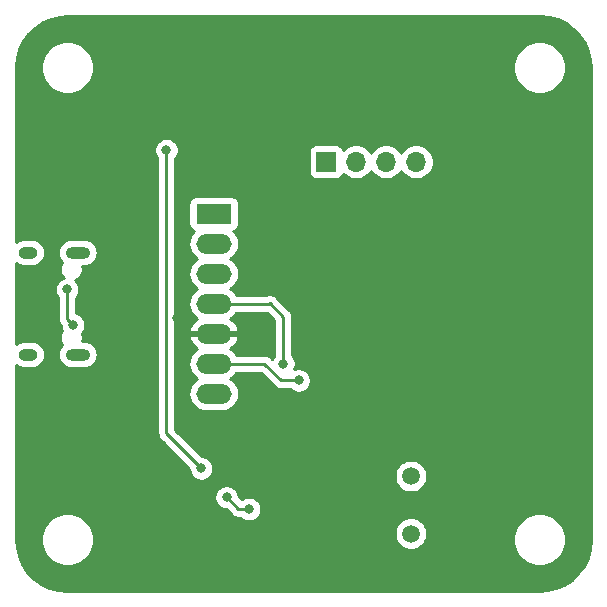
<source format=gbr>
%TF.GenerationSoftware,KiCad,Pcbnew,(5.1.9)-1*%
%TF.CreationDate,2021-09-09T22:45:53+02:00*%
%TF.ProjectId,programmer,70726f67-7261-46d6-9d65-722e6b696361,rev?*%
%TF.SameCoordinates,PX1c9c380PY4c4b400*%
%TF.FileFunction,Copper,L2,Bot*%
%TF.FilePolarity,Positive*%
%FSLAX46Y46*%
G04 Gerber Fmt 4.6, Leading zero omitted, Abs format (unit mm)*
G04 Created by KiCad (PCBNEW (5.1.9)-1) date 2021-09-09 22:45:53*
%MOMM*%
%LPD*%
G01*
G04 APERTURE LIST*
%TA.AperFunction,ComponentPad*%
%ADD10O,3.000000X1.700000*%
%TD*%
%TA.AperFunction,ComponentPad*%
%ADD11R,3.000000X1.700000*%
%TD*%
%TA.AperFunction,ComponentPad*%
%ADD12O,1.700000X1.700000*%
%TD*%
%TA.AperFunction,ComponentPad*%
%ADD13R,1.700000X1.700000*%
%TD*%
%TA.AperFunction,ComponentPad*%
%ADD14O,2.100000X1.000000*%
%TD*%
%TA.AperFunction,ComponentPad*%
%ADD15O,1.600000X1.000000*%
%TD*%
%TA.AperFunction,ComponentPad*%
%ADD16C,1.500000*%
%TD*%
%TA.AperFunction,ViaPad*%
%ADD17C,0.800000*%
%TD*%
%TA.AperFunction,Conductor*%
%ADD18C,0.250000*%
%TD*%
%TA.AperFunction,Conductor*%
%ADD19C,0.254000*%
%TD*%
%TA.AperFunction,Conductor*%
%ADD20C,0.100000*%
%TD*%
G04 APERTURE END LIST*
D10*
%TO.P,J2,7*%
%TO.N,/RST*%
X17400000Y17380000D03*
%TO.P,J2,5*%
%TO.N,GND*%
X17400000Y22460000D03*
%TO.P,J2,3*%
%TO.N,/TX*%
X17400000Y27540000D03*
D11*
%TO.P,J2,1*%
%TO.N,/5V_sel*%
X17400000Y32620000D03*
D10*
%TO.P,J2,2*%
%TO.N,/3V3_sel*%
X17400000Y30080000D03*
%TO.P,J2,4*%
%TO.N,/RX*%
X17400000Y25000000D03*
%TO.P,J2,6*%
%TO.N,/IO0*%
X17400000Y19920000D03*
%TD*%
D12*
%TO.P,J3,4*%
%TO.N,/3V3_sel*%
X34540000Y37000000D03*
%TO.P,J3,3*%
%TO.N,+3V3*%
X32000000Y37000000D03*
%TO.P,J3,2*%
%TO.N,/5V_sel*%
X29460000Y37000000D03*
D13*
%TO.P,J3,1*%
%TO.N,+5V*%
X26920000Y37000000D03*
%TD*%
D14*
%TO.P,J1,S1*%
%TO.N,Net-(J1-PadS1)*%
X5880000Y20680000D03*
X5880000Y29320000D03*
D15*
X1700000Y29320000D03*
X1700000Y20680000D03*
%TD*%
D16*
%TO.P,Y1,2*%
%TO.N,Net-(C6-Pad1)*%
X34100000Y5520000D03*
%TO.P,Y1,1*%
%TO.N,Net-(C5-Pad1)*%
X34100000Y10400000D03*
%TD*%
D17*
%TO.N,GND*%
X7700000Y31000000D03*
X8300000Y18900000D03*
X10500000Y32000000D03*
X16000000Y36000000D03*
X8000000Y37000000D03*
X19500000Y39500000D03*
X11800000Y39300000D03*
X22000000Y21500000D03*
X23200000Y12600000D03*
X26800000Y16100000D03*
X27700000Y7200000D03*
X15500000Y7000000D03*
X16400000Y9500000D03*
X34200000Y8000000D03*
X24700000Y3400000D03*
X34200000Y3300000D03*
X18400000Y12500000D03*
X1700000Y22800000D03*
X1700000Y27300000D03*
X3000000Y32000000D03*
X20600000Y36000000D03*
X14275000Y23800000D03*
X28900000Y39200000D03*
X24900000Y39200000D03*
X19500000Y42400000D03*
X24900000Y42400000D03*
X33300000Y39200000D03*
X33000000Y47000000D03*
X38000000Y42000000D03*
X43000000Y37000000D03*
X48000000Y42000000D03*
X38000000Y32000000D03*
X43000000Y27000000D03*
X48000000Y32000000D03*
X38000000Y22000000D03*
X38000000Y12000000D03*
X38000000Y2000000D03*
X43000000Y17000000D03*
X43000000Y7000000D03*
X48000000Y12000000D03*
X48000000Y22000000D03*
X33000000Y27000000D03*
X23000000Y27000000D03*
X33000000Y17000000D03*
X23000000Y47000000D03*
X13000000Y47000000D03*
X8000000Y42000000D03*
X3000000Y37000000D03*
X13000000Y13000000D03*
X10000000Y11000000D03*
X2000000Y14000000D03*
X10000000Y3000000D03*
X28000000Y46000000D03*
X15000000Y28000000D03*
%TO.N,+5V*%
X5469998Y23200000D03*
X5000000Y26200000D03*
%TO.N,+3V3*%
X18500000Y8600000D03*
X20400000Y7600000D03*
X13400000Y38000000D03*
X16350000Y11050000D03*
%TO.N,/IO0*%
X24600000Y18500000D03*
%TO.N,/RX*%
X23300000Y19900000D03*
%TD*%
D18*
%TO.N,+5V*%
X5000000Y23669998D02*
X5000000Y26200000D01*
X5469998Y23200000D02*
X5000000Y23669998D01*
%TO.N,+3V3*%
X18500000Y8600000D02*
X19500000Y7600000D01*
X19500000Y7600000D02*
X20400000Y7600000D01*
X13400000Y14000000D02*
X16350000Y11050000D01*
X13400000Y38000000D02*
X13400000Y14000000D01*
%TO.N,/IO0*%
X24600000Y18500000D02*
X23100000Y18500000D01*
X17400000Y19920000D02*
X21680000Y19920000D01*
X21680000Y19920000D02*
X21700000Y19900000D01*
X23100000Y18500000D02*
X21700000Y19900000D01*
%TO.N,/RX*%
X23300000Y19900000D02*
X23300000Y23900000D01*
X22100000Y25000000D02*
X22150000Y25050000D01*
X17400000Y25000000D02*
X22100000Y25000000D01*
X23300000Y23900000D02*
X22150000Y25050000D01*
%TD*%
D19*
%TO.N,GND*%
X45768083Y49268827D02*
X46511891Y49065344D01*
X47207905Y48733362D01*
X47834130Y48283374D01*
X48370777Y47729597D01*
X48800871Y47089549D01*
X49110829Y46383447D01*
X49292065Y45628543D01*
X49340000Y44975793D01*
X49340001Y5029403D01*
X49268827Y4231917D01*
X49065344Y3488110D01*
X48733363Y2792096D01*
X48283374Y2165870D01*
X47729597Y1629223D01*
X47089549Y1199129D01*
X46383447Y889171D01*
X45628543Y707935D01*
X44975793Y660000D01*
X5029392Y660000D01*
X4231917Y731173D01*
X3488110Y934656D01*
X2792096Y1266637D01*
X2165870Y1716626D01*
X1629223Y2270403D01*
X1199129Y2910451D01*
X889171Y3616553D01*
X707935Y4371457D01*
X660000Y5024207D01*
X660000Y5220128D01*
X2765000Y5220128D01*
X2765000Y4779872D01*
X2850890Y4348075D01*
X3019369Y3941331D01*
X3263962Y3575271D01*
X3575271Y3263962D01*
X3941331Y3019369D01*
X4348075Y2850890D01*
X4779872Y2765000D01*
X5220128Y2765000D01*
X5651925Y2850890D01*
X6058669Y3019369D01*
X6424729Y3263962D01*
X6736038Y3575271D01*
X6980631Y3941331D01*
X7149110Y4348075D01*
X7235000Y4779872D01*
X7235000Y5220128D01*
X7149110Y5651925D01*
X7147252Y5656411D01*
X32715000Y5656411D01*
X32715000Y5383589D01*
X32768225Y5116011D01*
X32872629Y4863957D01*
X33024201Y4637114D01*
X33217114Y4444201D01*
X33443957Y4292629D01*
X33696011Y4188225D01*
X33963589Y4135000D01*
X34236411Y4135000D01*
X34503989Y4188225D01*
X34756043Y4292629D01*
X34982886Y4444201D01*
X35175799Y4637114D01*
X35327371Y4863957D01*
X35431775Y5116011D01*
X35452485Y5220128D01*
X42765000Y5220128D01*
X42765000Y4779872D01*
X42850890Y4348075D01*
X43019369Y3941331D01*
X43263962Y3575271D01*
X43575271Y3263962D01*
X43941331Y3019369D01*
X44348075Y2850890D01*
X44779872Y2765000D01*
X45220128Y2765000D01*
X45651925Y2850890D01*
X46058669Y3019369D01*
X46424729Y3263962D01*
X46736038Y3575271D01*
X46980631Y3941331D01*
X47149110Y4348075D01*
X47235000Y4779872D01*
X47235000Y5220128D01*
X47149110Y5651925D01*
X46980631Y6058669D01*
X46736038Y6424729D01*
X46424729Y6736038D01*
X46058669Y6980631D01*
X45651925Y7149110D01*
X45220128Y7235000D01*
X44779872Y7235000D01*
X44348075Y7149110D01*
X43941331Y6980631D01*
X43575271Y6736038D01*
X43263962Y6424729D01*
X43019369Y6058669D01*
X42850890Y5651925D01*
X42765000Y5220128D01*
X35452485Y5220128D01*
X35485000Y5383589D01*
X35485000Y5656411D01*
X35431775Y5923989D01*
X35327371Y6176043D01*
X35175799Y6402886D01*
X34982886Y6595799D01*
X34756043Y6747371D01*
X34503989Y6851775D01*
X34236411Y6905000D01*
X33963589Y6905000D01*
X33696011Y6851775D01*
X33443957Y6747371D01*
X33217114Y6595799D01*
X33024201Y6402886D01*
X32872629Y6176043D01*
X32768225Y5923989D01*
X32715000Y5656411D01*
X7147252Y5656411D01*
X6980631Y6058669D01*
X6736038Y6424729D01*
X6424729Y6736038D01*
X6058669Y6980631D01*
X5651925Y7149110D01*
X5220128Y7235000D01*
X4779872Y7235000D01*
X4348075Y7149110D01*
X3941331Y6980631D01*
X3575271Y6736038D01*
X3263962Y6424729D01*
X3019369Y6058669D01*
X2850890Y5651925D01*
X2765000Y5220128D01*
X660000Y5220128D01*
X660000Y8701939D01*
X17465000Y8701939D01*
X17465000Y8498061D01*
X17504774Y8298102D01*
X17582795Y8109744D01*
X17696063Y7940226D01*
X17840226Y7796063D01*
X18009744Y7682795D01*
X18198102Y7604774D01*
X18398061Y7565000D01*
X18460199Y7565000D01*
X18936201Y7088997D01*
X18959999Y7059999D01*
X18988997Y7036201D01*
X19075724Y6965026D01*
X19207753Y6894454D01*
X19351014Y6850997D01*
X19500000Y6836323D01*
X19537333Y6840000D01*
X19696289Y6840000D01*
X19740226Y6796063D01*
X19909744Y6682795D01*
X20098102Y6604774D01*
X20298061Y6565000D01*
X20501939Y6565000D01*
X20701898Y6604774D01*
X20890256Y6682795D01*
X21059774Y6796063D01*
X21203937Y6940226D01*
X21317205Y7109744D01*
X21395226Y7298102D01*
X21435000Y7498061D01*
X21435000Y7701939D01*
X21395226Y7901898D01*
X21317205Y8090256D01*
X21203937Y8259774D01*
X21059774Y8403937D01*
X20890256Y8517205D01*
X20701898Y8595226D01*
X20501939Y8635000D01*
X20298061Y8635000D01*
X20098102Y8595226D01*
X19909744Y8517205D01*
X19758593Y8416209D01*
X19535000Y8639801D01*
X19535000Y8701939D01*
X19495226Y8901898D01*
X19417205Y9090256D01*
X19303937Y9259774D01*
X19159774Y9403937D01*
X18990256Y9517205D01*
X18801898Y9595226D01*
X18601939Y9635000D01*
X18398061Y9635000D01*
X18198102Y9595226D01*
X18009744Y9517205D01*
X17840226Y9403937D01*
X17696063Y9259774D01*
X17582795Y9090256D01*
X17504774Y8901898D01*
X17465000Y8701939D01*
X660000Y8701939D01*
X660000Y19819018D01*
X766377Y19731716D01*
X963553Y19626324D01*
X1177501Y19561423D01*
X1344248Y19545000D01*
X2055752Y19545000D01*
X2222499Y19561423D01*
X2436447Y19626324D01*
X2633623Y19731716D01*
X2806449Y19873551D01*
X2948284Y20046377D01*
X3053676Y20243553D01*
X3118577Y20457501D01*
X3140491Y20680000D01*
X3118577Y20902499D01*
X3053676Y21116447D01*
X2948284Y21313623D01*
X2806449Y21486449D01*
X2633623Y21628284D01*
X2436447Y21733676D01*
X2222499Y21798577D01*
X2055752Y21815000D01*
X1344248Y21815000D01*
X1177501Y21798577D01*
X963553Y21733676D01*
X766377Y21628284D01*
X660000Y21540982D01*
X660000Y26301939D01*
X3965000Y26301939D01*
X3965000Y26098061D01*
X4004774Y25898102D01*
X4082795Y25709744D01*
X4196063Y25540226D01*
X4240001Y25496288D01*
X4240000Y23707321D01*
X4236324Y23669998D01*
X4240000Y23632676D01*
X4240000Y23632666D01*
X4250997Y23521013D01*
X4281562Y23420252D01*
X4294454Y23377752D01*
X4365026Y23245722D01*
X4402550Y23200000D01*
X4434998Y23160461D01*
X4434998Y23098061D01*
X4474772Y22898102D01*
X4552793Y22709744D01*
X4574473Y22677297D01*
X4499259Y22564731D01*
X4426892Y22390022D01*
X4390000Y22204552D01*
X4390000Y22015448D01*
X4426892Y21829978D01*
X4499259Y21655269D01*
X4580715Y21533362D01*
X4523551Y21486449D01*
X4381716Y21313623D01*
X4276324Y21116447D01*
X4211423Y20902499D01*
X4189509Y20680000D01*
X4211423Y20457501D01*
X4276324Y20243553D01*
X4381716Y20046377D01*
X4523551Y19873551D01*
X4696377Y19731716D01*
X4893553Y19626324D01*
X5107501Y19561423D01*
X5274248Y19545000D01*
X6485752Y19545000D01*
X6652499Y19561423D01*
X6866447Y19626324D01*
X7063623Y19731716D01*
X7236449Y19873551D01*
X7378284Y20046377D01*
X7483676Y20243553D01*
X7548577Y20457501D01*
X7570491Y20680000D01*
X7548577Y20902499D01*
X7483676Y21116447D01*
X7378284Y21313623D01*
X7236449Y21486449D01*
X7063623Y21628284D01*
X6866447Y21733676D01*
X6652499Y21798577D01*
X6485752Y21815000D01*
X6266904Y21815000D01*
X6273108Y21829978D01*
X6310000Y22015448D01*
X6310000Y22204552D01*
X6273108Y22390022D01*
X6229356Y22495647D01*
X6273935Y22540226D01*
X6387203Y22709744D01*
X6465224Y22898102D01*
X6504998Y23098061D01*
X6504998Y23301939D01*
X6465224Y23501898D01*
X6387203Y23690256D01*
X6273935Y23859774D01*
X6129772Y24003937D01*
X5960254Y24117205D01*
X5771896Y24195226D01*
X5760000Y24197592D01*
X5760000Y25496289D01*
X5803937Y25540226D01*
X5917205Y25709744D01*
X5995226Y25898102D01*
X6035000Y26098061D01*
X6035000Y26301939D01*
X5995226Y26501898D01*
X5917205Y26690256D01*
X5803937Y26859774D01*
X5677255Y26986456D01*
X5804731Y27039259D01*
X5961964Y27144319D01*
X6095681Y27278036D01*
X6200741Y27435269D01*
X6273108Y27609978D01*
X6310000Y27795448D01*
X6310000Y27984552D01*
X6273108Y28170022D01*
X6266904Y28185000D01*
X6485752Y28185000D01*
X6652499Y28201423D01*
X6866447Y28266324D01*
X7063623Y28371716D01*
X7236449Y28513551D01*
X7378284Y28686377D01*
X7483676Y28883553D01*
X7548577Y29097501D01*
X7570491Y29320000D01*
X7548577Y29542499D01*
X7483676Y29756447D01*
X7378284Y29953623D01*
X7236449Y30126449D01*
X7063623Y30268284D01*
X6866447Y30373676D01*
X6652499Y30438577D01*
X6485752Y30455000D01*
X5274248Y30455000D01*
X5107501Y30438577D01*
X4893553Y30373676D01*
X4696377Y30268284D01*
X4523551Y30126449D01*
X4381716Y29953623D01*
X4276324Y29756447D01*
X4211423Y29542499D01*
X4189509Y29320000D01*
X4211423Y29097501D01*
X4276324Y28883553D01*
X4381716Y28686377D01*
X4523551Y28513551D01*
X4580715Y28466638D01*
X4499259Y28344731D01*
X4426892Y28170022D01*
X4390000Y27984552D01*
X4390000Y27795448D01*
X4426892Y27609978D01*
X4499259Y27435269D01*
X4604319Y27278036D01*
X4690343Y27192012D01*
X4509744Y27117205D01*
X4340226Y27003937D01*
X4196063Y26859774D01*
X4082795Y26690256D01*
X4004774Y26501898D01*
X3965000Y26301939D01*
X660000Y26301939D01*
X660000Y28459018D01*
X766377Y28371716D01*
X963553Y28266324D01*
X1177501Y28201423D01*
X1344248Y28185000D01*
X2055752Y28185000D01*
X2222499Y28201423D01*
X2436447Y28266324D01*
X2633623Y28371716D01*
X2806449Y28513551D01*
X2948284Y28686377D01*
X3053676Y28883553D01*
X3118577Y29097501D01*
X3140491Y29320000D01*
X3118577Y29542499D01*
X3053676Y29756447D01*
X2948284Y29953623D01*
X2806449Y30126449D01*
X2633623Y30268284D01*
X2436447Y30373676D01*
X2222499Y30438577D01*
X2055752Y30455000D01*
X1344248Y30455000D01*
X1177501Y30438577D01*
X963553Y30373676D01*
X766377Y30268284D01*
X660000Y30180982D01*
X660000Y38101939D01*
X12365000Y38101939D01*
X12365000Y37898061D01*
X12404774Y37698102D01*
X12482795Y37509744D01*
X12596063Y37340226D01*
X12640000Y37296289D01*
X12640001Y14037333D01*
X12636324Y14000000D01*
X12650998Y13851015D01*
X12694454Y13707754D01*
X12765026Y13575724D01*
X12836201Y13488998D01*
X12860000Y13459999D01*
X12888998Y13436201D01*
X15315000Y11010198D01*
X15315000Y10948061D01*
X15354774Y10748102D01*
X15432795Y10559744D01*
X15546063Y10390226D01*
X15690226Y10246063D01*
X15859744Y10132795D01*
X16048102Y10054774D01*
X16248061Y10015000D01*
X16451939Y10015000D01*
X16651898Y10054774D01*
X16840256Y10132795D01*
X17009774Y10246063D01*
X17153937Y10390226D01*
X17251614Y10536411D01*
X32715000Y10536411D01*
X32715000Y10263589D01*
X32768225Y9996011D01*
X32872629Y9743957D01*
X33024201Y9517114D01*
X33217114Y9324201D01*
X33443957Y9172629D01*
X33696011Y9068225D01*
X33963589Y9015000D01*
X34236411Y9015000D01*
X34503989Y9068225D01*
X34756043Y9172629D01*
X34982886Y9324201D01*
X35175799Y9517114D01*
X35327371Y9743957D01*
X35431775Y9996011D01*
X35485000Y10263589D01*
X35485000Y10536411D01*
X35431775Y10803989D01*
X35327371Y11056043D01*
X35175799Y11282886D01*
X34982886Y11475799D01*
X34756043Y11627371D01*
X34503989Y11731775D01*
X34236411Y11785000D01*
X33963589Y11785000D01*
X33696011Y11731775D01*
X33443957Y11627371D01*
X33217114Y11475799D01*
X33024201Y11282886D01*
X32872629Y11056043D01*
X32768225Y10803989D01*
X32715000Y10536411D01*
X17251614Y10536411D01*
X17267205Y10559744D01*
X17345226Y10748102D01*
X17385000Y10948061D01*
X17385000Y11151939D01*
X17345226Y11351898D01*
X17267205Y11540256D01*
X17153937Y11709774D01*
X17009774Y11853937D01*
X16840256Y11967205D01*
X16651898Y12045226D01*
X16451939Y12085000D01*
X16389802Y12085000D01*
X14160000Y14314801D01*
X14160000Y30080000D01*
X15257815Y30080000D01*
X15286487Y29788889D01*
X15371401Y29508966D01*
X15509294Y29250986D01*
X15694866Y29024866D01*
X15920986Y28839294D01*
X15975791Y28810000D01*
X15920986Y28780706D01*
X15694866Y28595134D01*
X15509294Y28369014D01*
X15371401Y28111034D01*
X15286487Y27831111D01*
X15257815Y27540000D01*
X15286487Y27248889D01*
X15371401Y26968966D01*
X15509294Y26710986D01*
X15694866Y26484866D01*
X15920986Y26299294D01*
X15975791Y26270000D01*
X15920986Y26240706D01*
X15694866Y26055134D01*
X15509294Y25829014D01*
X15371401Y25571034D01*
X15286487Y25291111D01*
X15257815Y25000000D01*
X15286487Y24708889D01*
X15371401Y24428966D01*
X15509294Y24170986D01*
X15694866Y23944866D01*
X15920986Y23759294D01*
X15979337Y23728105D01*
X15819381Y23624176D01*
X15610143Y23420252D01*
X15444709Y23179426D01*
X15329437Y22910953D01*
X15308524Y22816890D01*
X15429845Y22587000D01*
X17273000Y22587000D01*
X17273000Y22607000D01*
X17527000Y22607000D01*
X17527000Y22587000D01*
X19370155Y22587000D01*
X19491476Y22816890D01*
X19470563Y22910953D01*
X19355291Y23179426D01*
X19189857Y23420252D01*
X18980619Y23624176D01*
X18820663Y23728105D01*
X18879014Y23759294D01*
X19105134Y23944866D01*
X19290706Y24170986D01*
X19327595Y24240000D01*
X21885199Y24240000D01*
X22540001Y23585197D01*
X22540000Y20603711D01*
X22496063Y20559774D01*
X22382795Y20390256D01*
X22354018Y20320783D01*
X22243804Y20430997D01*
X22220001Y20460001D01*
X22104276Y20554974D01*
X21972247Y20625546D01*
X21828986Y20669003D01*
X21717333Y20680000D01*
X21717322Y20680000D01*
X21680000Y20683676D01*
X21642678Y20680000D01*
X19327595Y20680000D01*
X19290706Y20749014D01*
X19105134Y20975134D01*
X18879014Y21160706D01*
X18820663Y21191895D01*
X18980619Y21295824D01*
X19189857Y21499748D01*
X19355291Y21740574D01*
X19470563Y22009047D01*
X19491476Y22103110D01*
X19370155Y22333000D01*
X17527000Y22333000D01*
X17527000Y22313000D01*
X17273000Y22313000D01*
X17273000Y22333000D01*
X15429845Y22333000D01*
X15308524Y22103110D01*
X15329437Y22009047D01*
X15444709Y21740574D01*
X15610143Y21499748D01*
X15819381Y21295824D01*
X15979337Y21191895D01*
X15920986Y21160706D01*
X15694866Y20975134D01*
X15509294Y20749014D01*
X15371401Y20491034D01*
X15286487Y20211111D01*
X15257815Y19920000D01*
X15286487Y19628889D01*
X15371401Y19348966D01*
X15509294Y19090986D01*
X15694866Y18864866D01*
X15920986Y18679294D01*
X15975791Y18650000D01*
X15920986Y18620706D01*
X15694866Y18435134D01*
X15509294Y18209014D01*
X15371401Y17951034D01*
X15286487Y17671111D01*
X15257815Y17380000D01*
X15286487Y17088889D01*
X15371401Y16808966D01*
X15509294Y16550986D01*
X15694866Y16324866D01*
X15920986Y16139294D01*
X16178966Y16001401D01*
X16458889Y15916487D01*
X16677050Y15895000D01*
X18122950Y15895000D01*
X18341111Y15916487D01*
X18621034Y16001401D01*
X18879014Y16139294D01*
X19105134Y16324866D01*
X19290706Y16550986D01*
X19428599Y16808966D01*
X19513513Y17088889D01*
X19542185Y17380000D01*
X19513513Y17671111D01*
X19428599Y17951034D01*
X19290706Y18209014D01*
X19105134Y18435134D01*
X18879014Y18620706D01*
X18824209Y18650000D01*
X18879014Y18679294D01*
X19105134Y18864866D01*
X19290706Y19090986D01*
X19327595Y19160000D01*
X21365199Y19160000D01*
X22536201Y17988997D01*
X22559999Y17959999D01*
X22588997Y17936201D01*
X22675723Y17865026D01*
X22807753Y17794454D01*
X22951014Y17750997D01*
X23062667Y17740000D01*
X23062677Y17740000D01*
X23100000Y17736324D01*
X23137322Y17740000D01*
X23896289Y17740000D01*
X23940226Y17696063D01*
X24109744Y17582795D01*
X24298102Y17504774D01*
X24498061Y17465000D01*
X24701939Y17465000D01*
X24901898Y17504774D01*
X25090256Y17582795D01*
X25259774Y17696063D01*
X25403937Y17840226D01*
X25517205Y18009744D01*
X25595226Y18198102D01*
X25635000Y18398061D01*
X25635000Y18601939D01*
X25595226Y18801898D01*
X25517205Y18990256D01*
X25403937Y19159774D01*
X25259774Y19303937D01*
X25090256Y19417205D01*
X24901898Y19495226D01*
X24701939Y19535000D01*
X24498061Y19535000D01*
X24298102Y19495226D01*
X24243192Y19472481D01*
X24295226Y19598102D01*
X24335000Y19798061D01*
X24335000Y20001939D01*
X24295226Y20201898D01*
X24217205Y20390256D01*
X24103937Y20559774D01*
X24060000Y20603711D01*
X24060000Y23862667D01*
X24063677Y23900000D01*
X24049003Y24048986D01*
X24005546Y24192247D01*
X23934974Y24324276D01*
X23863799Y24411003D01*
X23840001Y24440001D01*
X23811003Y24463799D01*
X22713804Y25560997D01*
X22690001Y25590001D01*
X22574276Y25684974D01*
X22442246Y25755546D01*
X22298986Y25799003D01*
X22150000Y25813676D01*
X22001015Y25799003D01*
X21872437Y25760000D01*
X19327595Y25760000D01*
X19290706Y25829014D01*
X19105134Y26055134D01*
X18879014Y26240706D01*
X18824209Y26270000D01*
X18879014Y26299294D01*
X19105134Y26484866D01*
X19290706Y26710986D01*
X19428599Y26968966D01*
X19513513Y27248889D01*
X19542185Y27540000D01*
X19513513Y27831111D01*
X19428599Y28111034D01*
X19290706Y28369014D01*
X19105134Y28595134D01*
X18879014Y28780706D01*
X18824209Y28810000D01*
X18879014Y28839294D01*
X19105134Y29024866D01*
X19290706Y29250986D01*
X19428599Y29508966D01*
X19513513Y29788889D01*
X19542185Y30080000D01*
X19513513Y30371111D01*
X19428599Y30651034D01*
X19290706Y30909014D01*
X19105134Y31135134D01*
X19075313Y31159607D01*
X19144180Y31180498D01*
X19254494Y31239463D01*
X19351185Y31318815D01*
X19430537Y31415506D01*
X19489502Y31525820D01*
X19525812Y31645518D01*
X19538072Y31770000D01*
X19538072Y33470000D01*
X19525812Y33594482D01*
X19489502Y33714180D01*
X19430537Y33824494D01*
X19351185Y33921185D01*
X19254494Y34000537D01*
X19144180Y34059502D01*
X19024482Y34095812D01*
X18900000Y34108072D01*
X15900000Y34108072D01*
X15775518Y34095812D01*
X15655820Y34059502D01*
X15545506Y34000537D01*
X15448815Y33921185D01*
X15369463Y33824494D01*
X15310498Y33714180D01*
X15274188Y33594482D01*
X15261928Y33470000D01*
X15261928Y31770000D01*
X15274188Y31645518D01*
X15310498Y31525820D01*
X15369463Y31415506D01*
X15448815Y31318815D01*
X15545506Y31239463D01*
X15655820Y31180498D01*
X15724687Y31159607D01*
X15694866Y31135134D01*
X15509294Y30909014D01*
X15371401Y30651034D01*
X15286487Y30371111D01*
X15257815Y30080000D01*
X14160000Y30080000D01*
X14160000Y37296289D01*
X14203937Y37340226D01*
X14317205Y37509744D01*
X14395226Y37698102D01*
X14425440Y37850000D01*
X25431928Y37850000D01*
X25431928Y36150000D01*
X25444188Y36025518D01*
X25480498Y35905820D01*
X25539463Y35795506D01*
X25618815Y35698815D01*
X25715506Y35619463D01*
X25825820Y35560498D01*
X25945518Y35524188D01*
X26070000Y35511928D01*
X27770000Y35511928D01*
X27894482Y35524188D01*
X28014180Y35560498D01*
X28124494Y35619463D01*
X28221185Y35698815D01*
X28300537Y35795506D01*
X28359502Y35905820D01*
X28381513Y35978380D01*
X28513368Y35846525D01*
X28756589Y35684010D01*
X29026842Y35572068D01*
X29313740Y35515000D01*
X29606260Y35515000D01*
X29893158Y35572068D01*
X30163411Y35684010D01*
X30406632Y35846525D01*
X30613475Y36053368D01*
X30730000Y36227760D01*
X30846525Y36053368D01*
X31053368Y35846525D01*
X31296589Y35684010D01*
X31566842Y35572068D01*
X31853740Y35515000D01*
X32146260Y35515000D01*
X32433158Y35572068D01*
X32703411Y35684010D01*
X32946632Y35846525D01*
X33153475Y36053368D01*
X33270000Y36227760D01*
X33386525Y36053368D01*
X33593368Y35846525D01*
X33836589Y35684010D01*
X34106842Y35572068D01*
X34393740Y35515000D01*
X34686260Y35515000D01*
X34973158Y35572068D01*
X35243411Y35684010D01*
X35486632Y35846525D01*
X35693475Y36053368D01*
X35855990Y36296589D01*
X35967932Y36566842D01*
X36025000Y36853740D01*
X36025000Y37146260D01*
X35967932Y37433158D01*
X35855990Y37703411D01*
X35693475Y37946632D01*
X35486632Y38153475D01*
X35243411Y38315990D01*
X34973158Y38427932D01*
X34686260Y38485000D01*
X34393740Y38485000D01*
X34106842Y38427932D01*
X33836589Y38315990D01*
X33593368Y38153475D01*
X33386525Y37946632D01*
X33270000Y37772240D01*
X33153475Y37946632D01*
X32946632Y38153475D01*
X32703411Y38315990D01*
X32433158Y38427932D01*
X32146260Y38485000D01*
X31853740Y38485000D01*
X31566842Y38427932D01*
X31296589Y38315990D01*
X31053368Y38153475D01*
X30846525Y37946632D01*
X30730000Y37772240D01*
X30613475Y37946632D01*
X30406632Y38153475D01*
X30163411Y38315990D01*
X29893158Y38427932D01*
X29606260Y38485000D01*
X29313740Y38485000D01*
X29026842Y38427932D01*
X28756589Y38315990D01*
X28513368Y38153475D01*
X28381513Y38021620D01*
X28359502Y38094180D01*
X28300537Y38204494D01*
X28221185Y38301185D01*
X28124494Y38380537D01*
X28014180Y38439502D01*
X27894482Y38475812D01*
X27770000Y38488072D01*
X26070000Y38488072D01*
X25945518Y38475812D01*
X25825820Y38439502D01*
X25715506Y38380537D01*
X25618815Y38301185D01*
X25539463Y38204494D01*
X25480498Y38094180D01*
X25444188Y37974482D01*
X25431928Y37850000D01*
X14425440Y37850000D01*
X14435000Y37898061D01*
X14435000Y38101939D01*
X14395226Y38301898D01*
X14317205Y38490256D01*
X14203937Y38659774D01*
X14059774Y38803937D01*
X13890256Y38917205D01*
X13701898Y38995226D01*
X13501939Y39035000D01*
X13298061Y39035000D01*
X13098102Y38995226D01*
X12909744Y38917205D01*
X12740226Y38803937D01*
X12596063Y38659774D01*
X12482795Y38490256D01*
X12404774Y38301898D01*
X12365000Y38101939D01*
X660000Y38101939D01*
X660000Y44970608D01*
X682269Y45220128D01*
X2765000Y45220128D01*
X2765000Y44779872D01*
X2850890Y44348075D01*
X3019369Y43941331D01*
X3263962Y43575271D01*
X3575271Y43263962D01*
X3941331Y43019369D01*
X4348075Y42850890D01*
X4779872Y42765000D01*
X5220128Y42765000D01*
X5651925Y42850890D01*
X6058669Y43019369D01*
X6424729Y43263962D01*
X6736038Y43575271D01*
X6980631Y43941331D01*
X7149110Y44348075D01*
X7235000Y44779872D01*
X7235000Y45220128D01*
X42765000Y45220128D01*
X42765000Y44779872D01*
X42850890Y44348075D01*
X43019369Y43941331D01*
X43263962Y43575271D01*
X43575271Y43263962D01*
X43941331Y43019369D01*
X44348075Y42850890D01*
X44779872Y42765000D01*
X45220128Y42765000D01*
X45651925Y42850890D01*
X46058669Y43019369D01*
X46424729Y43263962D01*
X46736038Y43575271D01*
X46980631Y43941331D01*
X47149110Y44348075D01*
X47235000Y44779872D01*
X47235000Y45220128D01*
X47149110Y45651925D01*
X46980631Y46058669D01*
X46736038Y46424729D01*
X46424729Y46736038D01*
X46058669Y46980631D01*
X45651925Y47149110D01*
X45220128Y47235000D01*
X44779872Y47235000D01*
X44348075Y47149110D01*
X43941331Y46980631D01*
X43575271Y46736038D01*
X43263962Y46424729D01*
X43019369Y46058669D01*
X42850890Y45651925D01*
X42765000Y45220128D01*
X7235000Y45220128D01*
X7149110Y45651925D01*
X6980631Y46058669D01*
X6736038Y46424729D01*
X6424729Y46736038D01*
X6058669Y46980631D01*
X5651925Y47149110D01*
X5220128Y47235000D01*
X4779872Y47235000D01*
X4348075Y47149110D01*
X3941331Y46980631D01*
X3575271Y46736038D01*
X3263962Y46424729D01*
X3019369Y46058669D01*
X2850890Y45651925D01*
X2765000Y45220128D01*
X682269Y45220128D01*
X731173Y45768083D01*
X934656Y46511891D01*
X1266638Y47207905D01*
X1716626Y47834130D01*
X2270403Y48370777D01*
X2910451Y48800871D01*
X3616553Y49110829D01*
X4371457Y49292065D01*
X5024207Y49340000D01*
X44970608Y49340000D01*
X45768083Y49268827D01*
%TA.AperFunction,Conductor*%
D20*
G36*
X45768083Y49268827D02*
G01*
X46511891Y49065344D01*
X47207905Y48733362D01*
X47834130Y48283374D01*
X48370777Y47729597D01*
X48800871Y47089549D01*
X49110829Y46383447D01*
X49292065Y45628543D01*
X49340000Y44975793D01*
X49340001Y5029403D01*
X49268827Y4231917D01*
X49065344Y3488110D01*
X48733363Y2792096D01*
X48283374Y2165870D01*
X47729597Y1629223D01*
X47089549Y1199129D01*
X46383447Y889171D01*
X45628543Y707935D01*
X44975793Y660000D01*
X5029392Y660000D01*
X4231917Y731173D01*
X3488110Y934656D01*
X2792096Y1266637D01*
X2165870Y1716626D01*
X1629223Y2270403D01*
X1199129Y2910451D01*
X889171Y3616553D01*
X707935Y4371457D01*
X660000Y5024207D01*
X660000Y5220128D01*
X2765000Y5220128D01*
X2765000Y4779872D01*
X2850890Y4348075D01*
X3019369Y3941331D01*
X3263962Y3575271D01*
X3575271Y3263962D01*
X3941331Y3019369D01*
X4348075Y2850890D01*
X4779872Y2765000D01*
X5220128Y2765000D01*
X5651925Y2850890D01*
X6058669Y3019369D01*
X6424729Y3263962D01*
X6736038Y3575271D01*
X6980631Y3941331D01*
X7149110Y4348075D01*
X7235000Y4779872D01*
X7235000Y5220128D01*
X7149110Y5651925D01*
X7147252Y5656411D01*
X32715000Y5656411D01*
X32715000Y5383589D01*
X32768225Y5116011D01*
X32872629Y4863957D01*
X33024201Y4637114D01*
X33217114Y4444201D01*
X33443957Y4292629D01*
X33696011Y4188225D01*
X33963589Y4135000D01*
X34236411Y4135000D01*
X34503989Y4188225D01*
X34756043Y4292629D01*
X34982886Y4444201D01*
X35175799Y4637114D01*
X35327371Y4863957D01*
X35431775Y5116011D01*
X35452485Y5220128D01*
X42765000Y5220128D01*
X42765000Y4779872D01*
X42850890Y4348075D01*
X43019369Y3941331D01*
X43263962Y3575271D01*
X43575271Y3263962D01*
X43941331Y3019369D01*
X44348075Y2850890D01*
X44779872Y2765000D01*
X45220128Y2765000D01*
X45651925Y2850890D01*
X46058669Y3019369D01*
X46424729Y3263962D01*
X46736038Y3575271D01*
X46980631Y3941331D01*
X47149110Y4348075D01*
X47235000Y4779872D01*
X47235000Y5220128D01*
X47149110Y5651925D01*
X46980631Y6058669D01*
X46736038Y6424729D01*
X46424729Y6736038D01*
X46058669Y6980631D01*
X45651925Y7149110D01*
X45220128Y7235000D01*
X44779872Y7235000D01*
X44348075Y7149110D01*
X43941331Y6980631D01*
X43575271Y6736038D01*
X43263962Y6424729D01*
X43019369Y6058669D01*
X42850890Y5651925D01*
X42765000Y5220128D01*
X35452485Y5220128D01*
X35485000Y5383589D01*
X35485000Y5656411D01*
X35431775Y5923989D01*
X35327371Y6176043D01*
X35175799Y6402886D01*
X34982886Y6595799D01*
X34756043Y6747371D01*
X34503989Y6851775D01*
X34236411Y6905000D01*
X33963589Y6905000D01*
X33696011Y6851775D01*
X33443957Y6747371D01*
X33217114Y6595799D01*
X33024201Y6402886D01*
X32872629Y6176043D01*
X32768225Y5923989D01*
X32715000Y5656411D01*
X7147252Y5656411D01*
X6980631Y6058669D01*
X6736038Y6424729D01*
X6424729Y6736038D01*
X6058669Y6980631D01*
X5651925Y7149110D01*
X5220128Y7235000D01*
X4779872Y7235000D01*
X4348075Y7149110D01*
X3941331Y6980631D01*
X3575271Y6736038D01*
X3263962Y6424729D01*
X3019369Y6058669D01*
X2850890Y5651925D01*
X2765000Y5220128D01*
X660000Y5220128D01*
X660000Y8701939D01*
X17465000Y8701939D01*
X17465000Y8498061D01*
X17504774Y8298102D01*
X17582795Y8109744D01*
X17696063Y7940226D01*
X17840226Y7796063D01*
X18009744Y7682795D01*
X18198102Y7604774D01*
X18398061Y7565000D01*
X18460199Y7565000D01*
X18936201Y7088997D01*
X18959999Y7059999D01*
X18988997Y7036201D01*
X19075724Y6965026D01*
X19207753Y6894454D01*
X19351014Y6850997D01*
X19500000Y6836323D01*
X19537333Y6840000D01*
X19696289Y6840000D01*
X19740226Y6796063D01*
X19909744Y6682795D01*
X20098102Y6604774D01*
X20298061Y6565000D01*
X20501939Y6565000D01*
X20701898Y6604774D01*
X20890256Y6682795D01*
X21059774Y6796063D01*
X21203937Y6940226D01*
X21317205Y7109744D01*
X21395226Y7298102D01*
X21435000Y7498061D01*
X21435000Y7701939D01*
X21395226Y7901898D01*
X21317205Y8090256D01*
X21203937Y8259774D01*
X21059774Y8403937D01*
X20890256Y8517205D01*
X20701898Y8595226D01*
X20501939Y8635000D01*
X20298061Y8635000D01*
X20098102Y8595226D01*
X19909744Y8517205D01*
X19758593Y8416209D01*
X19535000Y8639801D01*
X19535000Y8701939D01*
X19495226Y8901898D01*
X19417205Y9090256D01*
X19303937Y9259774D01*
X19159774Y9403937D01*
X18990256Y9517205D01*
X18801898Y9595226D01*
X18601939Y9635000D01*
X18398061Y9635000D01*
X18198102Y9595226D01*
X18009744Y9517205D01*
X17840226Y9403937D01*
X17696063Y9259774D01*
X17582795Y9090256D01*
X17504774Y8901898D01*
X17465000Y8701939D01*
X660000Y8701939D01*
X660000Y19819018D01*
X766377Y19731716D01*
X963553Y19626324D01*
X1177501Y19561423D01*
X1344248Y19545000D01*
X2055752Y19545000D01*
X2222499Y19561423D01*
X2436447Y19626324D01*
X2633623Y19731716D01*
X2806449Y19873551D01*
X2948284Y20046377D01*
X3053676Y20243553D01*
X3118577Y20457501D01*
X3140491Y20680000D01*
X3118577Y20902499D01*
X3053676Y21116447D01*
X2948284Y21313623D01*
X2806449Y21486449D01*
X2633623Y21628284D01*
X2436447Y21733676D01*
X2222499Y21798577D01*
X2055752Y21815000D01*
X1344248Y21815000D01*
X1177501Y21798577D01*
X963553Y21733676D01*
X766377Y21628284D01*
X660000Y21540982D01*
X660000Y26301939D01*
X3965000Y26301939D01*
X3965000Y26098061D01*
X4004774Y25898102D01*
X4082795Y25709744D01*
X4196063Y25540226D01*
X4240001Y25496288D01*
X4240000Y23707321D01*
X4236324Y23669998D01*
X4240000Y23632676D01*
X4240000Y23632666D01*
X4250997Y23521013D01*
X4281562Y23420252D01*
X4294454Y23377752D01*
X4365026Y23245722D01*
X4402550Y23200000D01*
X4434998Y23160461D01*
X4434998Y23098061D01*
X4474772Y22898102D01*
X4552793Y22709744D01*
X4574473Y22677297D01*
X4499259Y22564731D01*
X4426892Y22390022D01*
X4390000Y22204552D01*
X4390000Y22015448D01*
X4426892Y21829978D01*
X4499259Y21655269D01*
X4580715Y21533362D01*
X4523551Y21486449D01*
X4381716Y21313623D01*
X4276324Y21116447D01*
X4211423Y20902499D01*
X4189509Y20680000D01*
X4211423Y20457501D01*
X4276324Y20243553D01*
X4381716Y20046377D01*
X4523551Y19873551D01*
X4696377Y19731716D01*
X4893553Y19626324D01*
X5107501Y19561423D01*
X5274248Y19545000D01*
X6485752Y19545000D01*
X6652499Y19561423D01*
X6866447Y19626324D01*
X7063623Y19731716D01*
X7236449Y19873551D01*
X7378284Y20046377D01*
X7483676Y20243553D01*
X7548577Y20457501D01*
X7570491Y20680000D01*
X7548577Y20902499D01*
X7483676Y21116447D01*
X7378284Y21313623D01*
X7236449Y21486449D01*
X7063623Y21628284D01*
X6866447Y21733676D01*
X6652499Y21798577D01*
X6485752Y21815000D01*
X6266904Y21815000D01*
X6273108Y21829978D01*
X6310000Y22015448D01*
X6310000Y22204552D01*
X6273108Y22390022D01*
X6229356Y22495647D01*
X6273935Y22540226D01*
X6387203Y22709744D01*
X6465224Y22898102D01*
X6504998Y23098061D01*
X6504998Y23301939D01*
X6465224Y23501898D01*
X6387203Y23690256D01*
X6273935Y23859774D01*
X6129772Y24003937D01*
X5960254Y24117205D01*
X5771896Y24195226D01*
X5760000Y24197592D01*
X5760000Y25496289D01*
X5803937Y25540226D01*
X5917205Y25709744D01*
X5995226Y25898102D01*
X6035000Y26098061D01*
X6035000Y26301939D01*
X5995226Y26501898D01*
X5917205Y26690256D01*
X5803937Y26859774D01*
X5677255Y26986456D01*
X5804731Y27039259D01*
X5961964Y27144319D01*
X6095681Y27278036D01*
X6200741Y27435269D01*
X6273108Y27609978D01*
X6310000Y27795448D01*
X6310000Y27984552D01*
X6273108Y28170022D01*
X6266904Y28185000D01*
X6485752Y28185000D01*
X6652499Y28201423D01*
X6866447Y28266324D01*
X7063623Y28371716D01*
X7236449Y28513551D01*
X7378284Y28686377D01*
X7483676Y28883553D01*
X7548577Y29097501D01*
X7570491Y29320000D01*
X7548577Y29542499D01*
X7483676Y29756447D01*
X7378284Y29953623D01*
X7236449Y30126449D01*
X7063623Y30268284D01*
X6866447Y30373676D01*
X6652499Y30438577D01*
X6485752Y30455000D01*
X5274248Y30455000D01*
X5107501Y30438577D01*
X4893553Y30373676D01*
X4696377Y30268284D01*
X4523551Y30126449D01*
X4381716Y29953623D01*
X4276324Y29756447D01*
X4211423Y29542499D01*
X4189509Y29320000D01*
X4211423Y29097501D01*
X4276324Y28883553D01*
X4381716Y28686377D01*
X4523551Y28513551D01*
X4580715Y28466638D01*
X4499259Y28344731D01*
X4426892Y28170022D01*
X4390000Y27984552D01*
X4390000Y27795448D01*
X4426892Y27609978D01*
X4499259Y27435269D01*
X4604319Y27278036D01*
X4690343Y27192012D01*
X4509744Y27117205D01*
X4340226Y27003937D01*
X4196063Y26859774D01*
X4082795Y26690256D01*
X4004774Y26501898D01*
X3965000Y26301939D01*
X660000Y26301939D01*
X660000Y28459018D01*
X766377Y28371716D01*
X963553Y28266324D01*
X1177501Y28201423D01*
X1344248Y28185000D01*
X2055752Y28185000D01*
X2222499Y28201423D01*
X2436447Y28266324D01*
X2633623Y28371716D01*
X2806449Y28513551D01*
X2948284Y28686377D01*
X3053676Y28883553D01*
X3118577Y29097501D01*
X3140491Y29320000D01*
X3118577Y29542499D01*
X3053676Y29756447D01*
X2948284Y29953623D01*
X2806449Y30126449D01*
X2633623Y30268284D01*
X2436447Y30373676D01*
X2222499Y30438577D01*
X2055752Y30455000D01*
X1344248Y30455000D01*
X1177501Y30438577D01*
X963553Y30373676D01*
X766377Y30268284D01*
X660000Y30180982D01*
X660000Y38101939D01*
X12365000Y38101939D01*
X12365000Y37898061D01*
X12404774Y37698102D01*
X12482795Y37509744D01*
X12596063Y37340226D01*
X12640000Y37296289D01*
X12640001Y14037333D01*
X12636324Y14000000D01*
X12650998Y13851015D01*
X12694454Y13707754D01*
X12765026Y13575724D01*
X12836201Y13488998D01*
X12860000Y13459999D01*
X12888998Y13436201D01*
X15315000Y11010198D01*
X15315000Y10948061D01*
X15354774Y10748102D01*
X15432795Y10559744D01*
X15546063Y10390226D01*
X15690226Y10246063D01*
X15859744Y10132795D01*
X16048102Y10054774D01*
X16248061Y10015000D01*
X16451939Y10015000D01*
X16651898Y10054774D01*
X16840256Y10132795D01*
X17009774Y10246063D01*
X17153937Y10390226D01*
X17251614Y10536411D01*
X32715000Y10536411D01*
X32715000Y10263589D01*
X32768225Y9996011D01*
X32872629Y9743957D01*
X33024201Y9517114D01*
X33217114Y9324201D01*
X33443957Y9172629D01*
X33696011Y9068225D01*
X33963589Y9015000D01*
X34236411Y9015000D01*
X34503989Y9068225D01*
X34756043Y9172629D01*
X34982886Y9324201D01*
X35175799Y9517114D01*
X35327371Y9743957D01*
X35431775Y9996011D01*
X35485000Y10263589D01*
X35485000Y10536411D01*
X35431775Y10803989D01*
X35327371Y11056043D01*
X35175799Y11282886D01*
X34982886Y11475799D01*
X34756043Y11627371D01*
X34503989Y11731775D01*
X34236411Y11785000D01*
X33963589Y11785000D01*
X33696011Y11731775D01*
X33443957Y11627371D01*
X33217114Y11475799D01*
X33024201Y11282886D01*
X32872629Y11056043D01*
X32768225Y10803989D01*
X32715000Y10536411D01*
X17251614Y10536411D01*
X17267205Y10559744D01*
X17345226Y10748102D01*
X17385000Y10948061D01*
X17385000Y11151939D01*
X17345226Y11351898D01*
X17267205Y11540256D01*
X17153937Y11709774D01*
X17009774Y11853937D01*
X16840256Y11967205D01*
X16651898Y12045226D01*
X16451939Y12085000D01*
X16389802Y12085000D01*
X14160000Y14314801D01*
X14160000Y30080000D01*
X15257815Y30080000D01*
X15286487Y29788889D01*
X15371401Y29508966D01*
X15509294Y29250986D01*
X15694866Y29024866D01*
X15920986Y28839294D01*
X15975791Y28810000D01*
X15920986Y28780706D01*
X15694866Y28595134D01*
X15509294Y28369014D01*
X15371401Y28111034D01*
X15286487Y27831111D01*
X15257815Y27540000D01*
X15286487Y27248889D01*
X15371401Y26968966D01*
X15509294Y26710986D01*
X15694866Y26484866D01*
X15920986Y26299294D01*
X15975791Y26270000D01*
X15920986Y26240706D01*
X15694866Y26055134D01*
X15509294Y25829014D01*
X15371401Y25571034D01*
X15286487Y25291111D01*
X15257815Y25000000D01*
X15286487Y24708889D01*
X15371401Y24428966D01*
X15509294Y24170986D01*
X15694866Y23944866D01*
X15920986Y23759294D01*
X15979337Y23728105D01*
X15819381Y23624176D01*
X15610143Y23420252D01*
X15444709Y23179426D01*
X15329437Y22910953D01*
X15308524Y22816890D01*
X15429845Y22587000D01*
X17273000Y22587000D01*
X17273000Y22607000D01*
X17527000Y22607000D01*
X17527000Y22587000D01*
X19370155Y22587000D01*
X19491476Y22816890D01*
X19470563Y22910953D01*
X19355291Y23179426D01*
X19189857Y23420252D01*
X18980619Y23624176D01*
X18820663Y23728105D01*
X18879014Y23759294D01*
X19105134Y23944866D01*
X19290706Y24170986D01*
X19327595Y24240000D01*
X21885199Y24240000D01*
X22540001Y23585197D01*
X22540000Y20603711D01*
X22496063Y20559774D01*
X22382795Y20390256D01*
X22354018Y20320783D01*
X22243804Y20430997D01*
X22220001Y20460001D01*
X22104276Y20554974D01*
X21972247Y20625546D01*
X21828986Y20669003D01*
X21717333Y20680000D01*
X21717322Y20680000D01*
X21680000Y20683676D01*
X21642678Y20680000D01*
X19327595Y20680000D01*
X19290706Y20749014D01*
X19105134Y20975134D01*
X18879014Y21160706D01*
X18820663Y21191895D01*
X18980619Y21295824D01*
X19189857Y21499748D01*
X19355291Y21740574D01*
X19470563Y22009047D01*
X19491476Y22103110D01*
X19370155Y22333000D01*
X17527000Y22333000D01*
X17527000Y22313000D01*
X17273000Y22313000D01*
X17273000Y22333000D01*
X15429845Y22333000D01*
X15308524Y22103110D01*
X15329437Y22009047D01*
X15444709Y21740574D01*
X15610143Y21499748D01*
X15819381Y21295824D01*
X15979337Y21191895D01*
X15920986Y21160706D01*
X15694866Y20975134D01*
X15509294Y20749014D01*
X15371401Y20491034D01*
X15286487Y20211111D01*
X15257815Y19920000D01*
X15286487Y19628889D01*
X15371401Y19348966D01*
X15509294Y19090986D01*
X15694866Y18864866D01*
X15920986Y18679294D01*
X15975791Y18650000D01*
X15920986Y18620706D01*
X15694866Y18435134D01*
X15509294Y18209014D01*
X15371401Y17951034D01*
X15286487Y17671111D01*
X15257815Y17380000D01*
X15286487Y17088889D01*
X15371401Y16808966D01*
X15509294Y16550986D01*
X15694866Y16324866D01*
X15920986Y16139294D01*
X16178966Y16001401D01*
X16458889Y15916487D01*
X16677050Y15895000D01*
X18122950Y15895000D01*
X18341111Y15916487D01*
X18621034Y16001401D01*
X18879014Y16139294D01*
X19105134Y16324866D01*
X19290706Y16550986D01*
X19428599Y16808966D01*
X19513513Y17088889D01*
X19542185Y17380000D01*
X19513513Y17671111D01*
X19428599Y17951034D01*
X19290706Y18209014D01*
X19105134Y18435134D01*
X18879014Y18620706D01*
X18824209Y18650000D01*
X18879014Y18679294D01*
X19105134Y18864866D01*
X19290706Y19090986D01*
X19327595Y19160000D01*
X21365199Y19160000D01*
X22536201Y17988997D01*
X22559999Y17959999D01*
X22588997Y17936201D01*
X22675723Y17865026D01*
X22807753Y17794454D01*
X22951014Y17750997D01*
X23062667Y17740000D01*
X23062677Y17740000D01*
X23100000Y17736324D01*
X23137322Y17740000D01*
X23896289Y17740000D01*
X23940226Y17696063D01*
X24109744Y17582795D01*
X24298102Y17504774D01*
X24498061Y17465000D01*
X24701939Y17465000D01*
X24901898Y17504774D01*
X25090256Y17582795D01*
X25259774Y17696063D01*
X25403937Y17840226D01*
X25517205Y18009744D01*
X25595226Y18198102D01*
X25635000Y18398061D01*
X25635000Y18601939D01*
X25595226Y18801898D01*
X25517205Y18990256D01*
X25403937Y19159774D01*
X25259774Y19303937D01*
X25090256Y19417205D01*
X24901898Y19495226D01*
X24701939Y19535000D01*
X24498061Y19535000D01*
X24298102Y19495226D01*
X24243192Y19472481D01*
X24295226Y19598102D01*
X24335000Y19798061D01*
X24335000Y20001939D01*
X24295226Y20201898D01*
X24217205Y20390256D01*
X24103937Y20559774D01*
X24060000Y20603711D01*
X24060000Y23862667D01*
X24063677Y23900000D01*
X24049003Y24048986D01*
X24005546Y24192247D01*
X23934974Y24324276D01*
X23863799Y24411003D01*
X23840001Y24440001D01*
X23811003Y24463799D01*
X22713804Y25560997D01*
X22690001Y25590001D01*
X22574276Y25684974D01*
X22442246Y25755546D01*
X22298986Y25799003D01*
X22150000Y25813676D01*
X22001015Y25799003D01*
X21872437Y25760000D01*
X19327595Y25760000D01*
X19290706Y25829014D01*
X19105134Y26055134D01*
X18879014Y26240706D01*
X18824209Y26270000D01*
X18879014Y26299294D01*
X19105134Y26484866D01*
X19290706Y26710986D01*
X19428599Y26968966D01*
X19513513Y27248889D01*
X19542185Y27540000D01*
X19513513Y27831111D01*
X19428599Y28111034D01*
X19290706Y28369014D01*
X19105134Y28595134D01*
X18879014Y28780706D01*
X18824209Y28810000D01*
X18879014Y28839294D01*
X19105134Y29024866D01*
X19290706Y29250986D01*
X19428599Y29508966D01*
X19513513Y29788889D01*
X19542185Y30080000D01*
X19513513Y30371111D01*
X19428599Y30651034D01*
X19290706Y30909014D01*
X19105134Y31135134D01*
X19075313Y31159607D01*
X19144180Y31180498D01*
X19254494Y31239463D01*
X19351185Y31318815D01*
X19430537Y31415506D01*
X19489502Y31525820D01*
X19525812Y31645518D01*
X19538072Y31770000D01*
X19538072Y33470000D01*
X19525812Y33594482D01*
X19489502Y33714180D01*
X19430537Y33824494D01*
X19351185Y33921185D01*
X19254494Y34000537D01*
X19144180Y34059502D01*
X19024482Y34095812D01*
X18900000Y34108072D01*
X15900000Y34108072D01*
X15775518Y34095812D01*
X15655820Y34059502D01*
X15545506Y34000537D01*
X15448815Y33921185D01*
X15369463Y33824494D01*
X15310498Y33714180D01*
X15274188Y33594482D01*
X15261928Y33470000D01*
X15261928Y31770000D01*
X15274188Y31645518D01*
X15310498Y31525820D01*
X15369463Y31415506D01*
X15448815Y31318815D01*
X15545506Y31239463D01*
X15655820Y31180498D01*
X15724687Y31159607D01*
X15694866Y31135134D01*
X15509294Y30909014D01*
X15371401Y30651034D01*
X15286487Y30371111D01*
X15257815Y30080000D01*
X14160000Y30080000D01*
X14160000Y37296289D01*
X14203937Y37340226D01*
X14317205Y37509744D01*
X14395226Y37698102D01*
X14425440Y37850000D01*
X25431928Y37850000D01*
X25431928Y36150000D01*
X25444188Y36025518D01*
X25480498Y35905820D01*
X25539463Y35795506D01*
X25618815Y35698815D01*
X25715506Y35619463D01*
X25825820Y35560498D01*
X25945518Y35524188D01*
X26070000Y35511928D01*
X27770000Y35511928D01*
X27894482Y35524188D01*
X28014180Y35560498D01*
X28124494Y35619463D01*
X28221185Y35698815D01*
X28300537Y35795506D01*
X28359502Y35905820D01*
X28381513Y35978380D01*
X28513368Y35846525D01*
X28756589Y35684010D01*
X29026842Y35572068D01*
X29313740Y35515000D01*
X29606260Y35515000D01*
X29893158Y35572068D01*
X30163411Y35684010D01*
X30406632Y35846525D01*
X30613475Y36053368D01*
X30730000Y36227760D01*
X30846525Y36053368D01*
X31053368Y35846525D01*
X31296589Y35684010D01*
X31566842Y35572068D01*
X31853740Y35515000D01*
X32146260Y35515000D01*
X32433158Y35572068D01*
X32703411Y35684010D01*
X32946632Y35846525D01*
X33153475Y36053368D01*
X33270000Y36227760D01*
X33386525Y36053368D01*
X33593368Y35846525D01*
X33836589Y35684010D01*
X34106842Y35572068D01*
X34393740Y35515000D01*
X34686260Y35515000D01*
X34973158Y35572068D01*
X35243411Y35684010D01*
X35486632Y35846525D01*
X35693475Y36053368D01*
X35855990Y36296589D01*
X35967932Y36566842D01*
X36025000Y36853740D01*
X36025000Y37146260D01*
X35967932Y37433158D01*
X35855990Y37703411D01*
X35693475Y37946632D01*
X35486632Y38153475D01*
X35243411Y38315990D01*
X34973158Y38427932D01*
X34686260Y38485000D01*
X34393740Y38485000D01*
X34106842Y38427932D01*
X33836589Y38315990D01*
X33593368Y38153475D01*
X33386525Y37946632D01*
X33270000Y37772240D01*
X33153475Y37946632D01*
X32946632Y38153475D01*
X32703411Y38315990D01*
X32433158Y38427932D01*
X32146260Y38485000D01*
X31853740Y38485000D01*
X31566842Y38427932D01*
X31296589Y38315990D01*
X31053368Y38153475D01*
X30846525Y37946632D01*
X30730000Y37772240D01*
X30613475Y37946632D01*
X30406632Y38153475D01*
X30163411Y38315990D01*
X29893158Y38427932D01*
X29606260Y38485000D01*
X29313740Y38485000D01*
X29026842Y38427932D01*
X28756589Y38315990D01*
X28513368Y38153475D01*
X28381513Y38021620D01*
X28359502Y38094180D01*
X28300537Y38204494D01*
X28221185Y38301185D01*
X28124494Y38380537D01*
X28014180Y38439502D01*
X27894482Y38475812D01*
X27770000Y38488072D01*
X26070000Y38488072D01*
X25945518Y38475812D01*
X25825820Y38439502D01*
X25715506Y38380537D01*
X25618815Y38301185D01*
X25539463Y38204494D01*
X25480498Y38094180D01*
X25444188Y37974482D01*
X25431928Y37850000D01*
X14425440Y37850000D01*
X14435000Y37898061D01*
X14435000Y38101939D01*
X14395226Y38301898D01*
X14317205Y38490256D01*
X14203937Y38659774D01*
X14059774Y38803937D01*
X13890256Y38917205D01*
X13701898Y38995226D01*
X13501939Y39035000D01*
X13298061Y39035000D01*
X13098102Y38995226D01*
X12909744Y38917205D01*
X12740226Y38803937D01*
X12596063Y38659774D01*
X12482795Y38490256D01*
X12404774Y38301898D01*
X12365000Y38101939D01*
X660000Y38101939D01*
X660000Y44970608D01*
X682269Y45220128D01*
X2765000Y45220128D01*
X2765000Y44779872D01*
X2850890Y44348075D01*
X3019369Y43941331D01*
X3263962Y43575271D01*
X3575271Y43263962D01*
X3941331Y43019369D01*
X4348075Y42850890D01*
X4779872Y42765000D01*
X5220128Y42765000D01*
X5651925Y42850890D01*
X6058669Y43019369D01*
X6424729Y43263962D01*
X6736038Y43575271D01*
X6980631Y43941331D01*
X7149110Y44348075D01*
X7235000Y44779872D01*
X7235000Y45220128D01*
X42765000Y45220128D01*
X42765000Y44779872D01*
X42850890Y44348075D01*
X43019369Y43941331D01*
X43263962Y43575271D01*
X43575271Y43263962D01*
X43941331Y43019369D01*
X44348075Y42850890D01*
X44779872Y42765000D01*
X45220128Y42765000D01*
X45651925Y42850890D01*
X46058669Y43019369D01*
X46424729Y43263962D01*
X46736038Y43575271D01*
X46980631Y43941331D01*
X47149110Y44348075D01*
X47235000Y44779872D01*
X47235000Y45220128D01*
X47149110Y45651925D01*
X46980631Y46058669D01*
X46736038Y46424729D01*
X46424729Y46736038D01*
X46058669Y46980631D01*
X45651925Y47149110D01*
X45220128Y47235000D01*
X44779872Y47235000D01*
X44348075Y47149110D01*
X43941331Y46980631D01*
X43575271Y46736038D01*
X43263962Y46424729D01*
X43019369Y46058669D01*
X42850890Y45651925D01*
X42765000Y45220128D01*
X7235000Y45220128D01*
X7149110Y45651925D01*
X6980631Y46058669D01*
X6736038Y46424729D01*
X6424729Y46736038D01*
X6058669Y46980631D01*
X5651925Y47149110D01*
X5220128Y47235000D01*
X4779872Y47235000D01*
X4348075Y47149110D01*
X3941331Y46980631D01*
X3575271Y46736038D01*
X3263962Y46424729D01*
X3019369Y46058669D01*
X2850890Y45651925D01*
X2765000Y45220128D01*
X682269Y45220128D01*
X731173Y45768083D01*
X934656Y46511891D01*
X1266638Y47207905D01*
X1716626Y47834130D01*
X2270403Y48370777D01*
X2910451Y48800871D01*
X3616553Y49110829D01*
X4371457Y49292065D01*
X5024207Y49340000D01*
X44970608Y49340000D01*
X45768083Y49268827D01*
G37*
%TD.AperFunction*%
%TD*%
M02*

</source>
